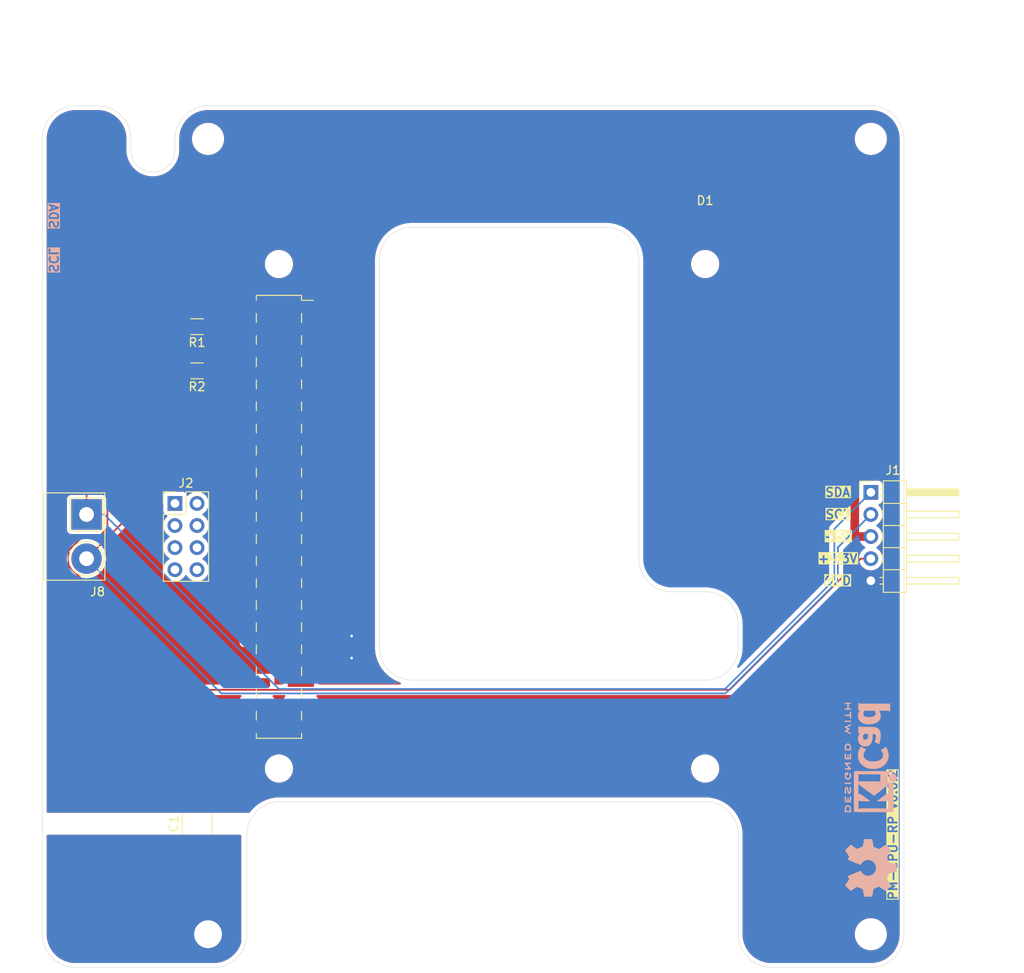
<source format=kicad_pcb>
(kicad_pcb (version 20240108) (generator "pcbnew") (generator_version "8.0")
  (title_block (title "${article} v${version}"))
  (layers (0 "F.Cu" signal) (31 "B.Cu" signal) (34 "B.Paste" user) (35 "F.Paste" user) (36 "B.SilkS" user "B.Silkscreen") (37 "F.SilkS" user "F.Silkscreen") (38 "B.Mask" user) (39 "F.Mask" user) (44 "Edge.Cuts" user))
  (property "article" "PM-CPU-RP")
  (property "version" "0.0.2")
  (net 0 "")
  (net 27 "+5V")
  (net 28 "GND")
  (net 29 "/SCL")
  (net 30 "/SDA")
  (net 31 "+3.3V")
  (net 33 "PE")
  (footprint "kicad_inventree_lib:PE" (layer "F.Cu") (at 44.45 146.05)
    (property "Reference" "PE1" (hide yes))
    (property "Value" "PE")
    (pad "1" thru_hole oval (at 0 0) (size 6.35 6.35) (drill 3.2) (layers "*.Cu" "*.Mask") (net 33 "PE"))
  )
  (footprint "kicad_inventree_lib:PM-front-02x04" (layer "F.Cu") (at 39.37 100.33)
    (property "Reference" "J2" (at 2.54 -6.14 0) (layer "F.SilkS"))
    (property "Value" "~")
    (pad "1" thru_hole rect (at 1.27 -3.81) (size 1.7 1.7) (drill 1) (layers "*.Cu" "*.Mask"))
    (pad "2" thru_hole oval (at 3.81 -3.81) (size 1.7 1.7) (drill 1) (layers "*.Cu" "*.Mask"))
    (pad "3" thru_hole oval (at 1.27 -1.27) (size 1.7 1.7) (drill 1) (layers "*.Cu" "*.Mask"))
    (pad "4" thru_hole oval (at 3.81 -1.27) (size 1.7 1.7) (drill 1) (layers "*.Cu" "*.Mask"))
    (pad "5" thru_hole oval (at 1.27 1.27) (size 1.7 1.7) (drill 1) (layers "*.Cu" "*.Mask"))
    (pad "6" thru_hole oval (at 3.81 1.27) (size 1.7 1.7) (drill 1) (layers "*.Cu" "*.Mask"))
    (pad "7" thru_hole oval (at 1.27 3.81) (size 1.7 1.7) (drill 1) (layers "*.Cu" "*.Mask"))
    (pad "8" thru_hole oval (at 3.81 3.81) (size 1.7 1.7) (drill 1) (layers "*.Cu" "*.Mask"))
  )
  (footprint "kicad_inventree_lib:RaspberryPi" (layer "F.Cu") (at 101.6 99)
    (property "Reference" "D1" (at 0 -37.3 0) (layer "F.SilkS"))
    (property "Value" "~")
    (pad "" np_thru_hole circle (at -49 -30 90) (size 2.75 2.75) (drill 2.75) (layers "*.Cu" "*.Mask"))
    (pad "" np_thru_hole circle (at -49 28 90) (size 2.75 2.75) (drill 2.75) (layers "*.Cu" "*.Mask"))
    (pad "" np_thru_hole circle (at 0 -30 90) (size 2.75 2.75) (drill 2.75) (layers "*.Cu" "*.Mask"))
    (pad "" np_thru_hole circle (at 0 28 90) (size 2.75 2.75) (drill 2.75) (layers "*.Cu" "*.Mask"))
    (pad "1" smd rect (at -46.48 -25.07) (size 3 1) (layers "F.Cu" "F.Paste" "F.Mask"))
    (pad "2" smd rect (at -51.52 -25.07) (size 3 1) (layers "F.Cu" "F.Paste" "F.Mask") (net 27 "+5V"))
    (pad "3" smd rect (at -46.48 -22.53) (size 3 1) (layers "F.Cu" "F.Paste" "F.Mask") (net 30 "/SDA"))
    (pad "4" smd rect (at -51.52 -22.53) (size 3 1) (layers "F.Cu" "F.Paste" "F.Mask") (net 27 "+5V"))
    (pad "5" smd rect (at -46.48 -19.99) (size 3 1) (layers "F.Cu" "F.Paste" "F.Mask") (net 29 "/SCL"))
    (pad "6" smd rect (at -51.52 -19.99) (size 3 1) (layers "F.Cu" "F.Paste" "F.Mask") (net 28 "GND"))
    (pad "7" smd rect (at -46.48 -17.45) (size 3 1) (layers "F.Cu" "F.Paste" "F.Mask"))
    (pad "8" smd rect (at -51.52 -17.45) (size 3 1) (layers "F.Cu" "F.Paste" "F.Mask"))
    (pad "9" smd rect (at -46.48 -14.91) (size 3 1) (layers "F.Cu" "F.Paste" "F.Mask") (net 28 "GND"))
    (pad "10" smd rect (at -51.52 -14.91) (size 3 1) (layers "F.Cu" "F.Paste" "F.Mask"))
    (pad "11" smd rect (at -46.48 -12.37) (size 3 1) (layers "F.Cu" "F.Paste" "F.Mask"))
    (pad "12" smd rect (at -51.52 -12.37) (size 3 1) (layers "F.Cu" "F.Paste" "F.Mask"))
    (pad "13" smd rect (at -46.48 -9.83) (size 3 1) (layers "F.Cu" "F.Paste" "F.Mask"))
    (pad "14" smd rect (at -51.52 -9.83) (size 3 1) (layers "F.Cu" "F.Paste" "F.Mask") (net 28 "GND"))
    (pad "15" smd rect (at -46.48 -7.29) (size 3 1) (layers "F.Cu" "F.Paste" "F.Mask"))
    (pad "16" smd rect (at -51.52 -7.29) (size 3 1) (layers "F.Cu" "F.Paste" "F.Mask"))
    (pad "17" smd rect (at -46.48 -4.75) (size 3 1) (layers "F.Cu" "F.Paste" "F.Mask"))
    (pad "18" smd rect (at -51.52 -4.75) (size 3 1) (layers "F.Cu" "F.Paste" "F.Mask"))
    (pad "19" smd rect (at -46.48 -2.21) (size 3 1) (layers "F.Cu" "F.Paste" "F.Mask"))
    (pad "20" smd rect (at -51.52 -2.21) (size 3 1) (layers "F.Cu" "F.Paste" "F.Mask") (net 28 "GND"))
    (pad "21" smd rect (at -46.48 0.33) (size 3 1) (layers "F.Cu" "F.Paste" "F.Mask"))
    (pad "22" smd rect (at -51.52 0.33) (size 3 1) (layers "F.Cu" "F.Paste" "F.Mask"))
    (pad "23" smd rect (at -46.48 2.87) (size 3 1) (layers "F.Cu" "F.Paste" "F.Mask"))
    (pad "24" smd rect (at -51.52 2.87) (size 3 1) (layers "F.Cu" "F.Paste" "F.Mask"))
    (pad "25" smd rect (at -46.48 5.41) (size 3 1) (layers "F.Cu" "F.Paste" "F.Mask") (net 28 "GND"))
    (pad "26" smd rect (at -51.52 5.41) (size 3 1) (layers "F.Cu" "F.Paste" "F.Mask"))
    (pad "27" smd rect (at -46.48 7.95) (size 3 1) (layers "F.Cu" "F.Paste" "F.Mask"))
    (pad "28" smd rect (at -51.52 7.95) (size 3 1) (layers "F.Cu" "F.Paste" "F.Mask"))
    (pad "29" smd rect (at -46.48 10.49) (size 3 1) (layers "F.Cu" "F.Paste" "F.Mask"))
    (pad "30" smd rect (at -51.52 10.49) (size 3 1) (layers "F.Cu" "F.Paste" "F.Mask") (net 28 "GND"))
    (pad "31" smd rect (at -46.48 13.03) (size 3 1) (layers "F.Cu" "F.Paste" "F.Mask"))
    (pad "32" smd rect (at -51.52 13.03) (size 3 1) (layers "F.Cu" "F.Paste" "F.Mask"))
    (pad "33" smd rect (at -46.48 15.57) (size 3 1) (layers "F.Cu" "F.Paste" "F.Mask"))
    (pad "34" smd rect (at -51.52 15.57) (size 3 1) (layers "F.Cu" "F.Paste" "F.Mask") (net 28 "GND"))
    (pad "35" smd rect (at -46.48 18.11) (size 3 1) (layers "F.Cu" "F.Paste" "F.Mask"))
    (pad "36" smd rect (at -51.52 18.11) (size 3 1) (layers "F.Cu" "F.Paste" "F.Mask"))
    (pad "37" smd rect (at -46.48 20.65) (size 3 1) (layers "F.Cu" "F.Paste" "F.Mask"))
    (pad "38" smd rect (at -51.52 20.65) (size 3 1) (layers "F.Cu" "F.Paste" "F.Mask"))
    (pad "39" smd rect (at -46.48 23.19) (size 3 1) (layers "F.Cu" "F.Paste" "F.Mask") (net 28 "GND"))
    (pad "40" smd rect (at -51.52 23.19) (size 3 1) (layers "F.Cu" "F.Paste" "F.Mask"))
  )
  (footprint "MountingHole:MountingHole_3.2mm_M3" (layer "F.Cu") (at 44.45 54.61)
    (property "Reference" "H1" (hide yes))
    (property "Value" "MountingHole" (hide yes))
    (pad "" np_thru_hole circle (at 0 0) (size 3.2 3.2) (drill 3.2) (layers "*.Cu" "*.Mask"))
  )
  (footprint "Connector_PinHeader_2.54mm:PinHeader_1x05_P2.54mm_Horizontal" (layer "F.Cu") (at 120.65 95.25)
    (property "Reference" "J1" (at 2.54 -2.54 0) (layer "F.SilkS"))
    (property "Value" "PinHeader_01x05_P2.54_THT_angle")
    (pad "1" thru_hole rect (at 0 0) (size 1.7 1.7) (drill 1) (layers "*.Cu" "*.Mask") (net 30 "/SDA"))
    (pad "2" thru_hole oval (at 0 2.54) (size 1.7 1.7) (drill 1) (layers "*.Cu" "*.Mask") (net 29 "/SCL"))
    (pad "3" thru_hole oval (at 0 5.08) (size 1.7 1.7) (drill 1) (layers "*.Cu" "*.Mask") (net 27 "+5V"))
    (pad "4" thru_hole oval (at 0 7.62) (size 1.7 1.7) (drill 1) (layers "*.Cu" "*.Mask") (net 31 "+3.3V"))
    (pad "5" thru_hole oval (at 0 10.16) (size 1.7 1.7) (drill 1) (layers "*.Cu" "*.Mask") (net 28 "GND"))
  )
  (footprint "NextPCB:Degson_2EDGR-5.08-02P" (layer "F.Cu") (at 30.48 97.79 -90)
    (property "Reference" "J8" (at 8.89 -1.27 180) (layer "F.SilkS"))
    (property "Value" "2EDGR-5.08-02P")
    (pad "1" thru_hole rect (at 0 0 270) (size 3.5 3.5) (drill 1.7) (layers "*.Cu" "*.Mask") (net 30 "/SDA"))
    (pad "2" thru_hole circle (at 5.08 0 270) (size 3.5 3.5) (drill 1.7) (layers "*.Cu" "*.Mask") (net 29 "/SCL"))
  )
  (footprint "Capacitor_SMD:C_1812_4532Metric_Pad1.57x3.40mm_HandSolder" (layer "F.Cu") (at 43.18 133.35 90)
    (property "Reference" "C1" (at 0 -2.65 90) (layer "F.SilkS"))
    (property "Value" "4.7nF 2kV")
    (pad "1" smd roundrect (at -2.1375 0 90) (size 1.575 3.4) (layers "F.Cu" "F.Paste" "F.Mask") (roundrect_rratio 0.15873) (net 33 "PE"))
    (pad "2" smd roundrect (at 2.1375 0 90) (size 1.575 3.4) (layers "F.Cu" "F.Paste" "F.Mask") (roundrect_rratio 0.15873) (net 28 "GND"))
  )
  (footprint "MountingHole:MountingHole_3.2mm_M3" (layer "F.Cu") (at 120.65 146.05)
    (property "Reference" "H3" (hide yes))
    (property "Value" "MountingHole" (hide yes))
    (pad "" np_thru_hole circle (at 0 0) (size 3.2 3.2) (drill 3.2) (layers "*.Cu" "*.Mask"))
  )
  (footprint "Resistor_SMD:R_1206_3216Metric_Pad1.30x1.75mm_HandSolder" (layer "F.Cu") (at 43.18 81.28 180)
    (property "Reference" "R2" (at 0 -1.82 0) (layer "F.SilkS"))
    (property "Value" "3k3")
    (pad "1" smd roundrect (at -1.55 0 180) (size 1.3 1.75) (layers "F.Cu" "F.Paste" "F.Mask") (roundrect_rratio 0.192308) (net 31 "+3.3V"))
    (pad "2" smd roundrect (at 1.55 0 180) (size 1.3 1.75) (layers "F.Cu" "F.Paste" "F.Mask") (roundrect_rratio 0.192308) (net 29 "/SCL"))
  )
  (footprint "Resistor_SMD:R_1206_3216Metric_Pad1.30x1.75mm_HandSolder" (layer "F.Cu") (at 43.18 76.2 180)
    (property "Reference" "R1" (at 0 -1.82 0) (layer "F.SilkS"))
    (property "Value" "3k3")
    (pad "1" smd roundrect (at -1.55 0 180) (size 1.3 1.75) (layers "F.Cu" "F.Paste" "F.Mask") (roundrect_rratio 0.192308) (net 31 "+3.3V"))
    (pad "2" smd roundrect (at 1.55 0 180) (size 1.3 1.75) (layers "F.Cu" "F.Paste" "F.Mask") (roundrect_rratio 0.192308) (net 30 "/SDA"))
  )
  (footprint "MountingHole:MountingHole_3.2mm_M3" (layer "F.Cu") (at 120.65 54.61)
    (property "Reference" "H2" (hide yes))
    (property "Value" "MountingHole" (hide yes))
    (pad "" np_thru_hole circle (at 0 0) (size 3.2 3.2) (drill 3.2) (layers "*.Cu" "*.Mask"))
  )
  (footprint "Symbol:KiCad-Logo2_5mm_SilkScreen" (layer "B.Cu") (at 120.65 125.73 90)
    (property "Reference" "kicad_logo" (hide yes))
    (property "Value" "KiCad-Logo2_5mm_SilkScreen" (hide yes))
  )
  (footprint "Symbol:OSHW-Symbol_6.7x6mm_SilkScreen" (layer "B.Cu") (at 120.65 138.43 90)
    (property "Reference" "oshw_logo" (hide yes))
    (property "Value" "OSHW-Symbol_6.7x6mm_SilkScreen" (hide yes))
  )
  (gr_line (start 35.56 55.88) (end 35.56 54.61) (stroke (width 0.05)) (layer "Edge.Cuts"))
  (gr_arc (start 101.6 130.81) (mid 104.294077 131.925923) (end 105.41 134.62) (stroke (width 0.05)) (layer "Edge.Cuts"))
  (gr_arc (start 48.895 146.05) (mid 47.779077 148.744077) (end 45.085 149.86) (stroke (width 0.05)) (layer "Edge.Cuts"))
  (gr_arc (start 90.17 64.77) (mid 92.864077 65.885923) (end 93.98 68.58) (stroke (width 0.05)) (layer "Edge.Cuts"))
  (gr_arc (start 101.6 106.68) (mid 104.294077 107.795923) (end 105.41 110.49) (stroke (width 0.05)) (layer "Edge.Cuts"))
  (gr_line (start 93.98 68.58) (end 93.98 102.87) (stroke (width 0.05)) (layer "Edge.Cuts"))
  (gr_line (start 40.64 54.61) (end 40.64 55.88) (stroke (width 0.05)) (layer "Edge.Cuts"))
  (gr_line (start 52.705 130.81) (end 101.6 130.81) (stroke (width 0.05)) (layer "Edge.Cuts"))
  (gr_arc (start 97.79 106.68) (mid 95.095923 105.564077) (end 93.98 102.87) (stroke (width 0.05)) (layer "Edge.Cuts"))
  (gr_line (start 44.45 50.8) (end 120.65 50.8) (stroke (width 0.05)) (layer "Edge.Cuts"))
  (gr_line (start 64.135 113.03) (end 64.135 68.58) (stroke (width 0.05)) (layer "Edge.Cuts"))
  (gr_arc (start 38.1 58.42) (mid 36.303949 57.676051) (end 35.56 55.88) (stroke (width 0.05)) (layer "Edge.Cuts"))
  (gr_arc (start 67.945 116.84) (mid 65.250923 115.724077) (end 64.135 113.03) (stroke (width 0.05)) (layer "Edge.Cuts"))
  (gr_line (start 97.79 106.68) (end 101.6 106.68) (stroke (width 0.05)) (layer "Edge.Cuts"))
  (gr_arc (start 40.64 55.88) (mid 39.896051 57.676051) (end 38.1 58.42) (stroke (width 0.05)) (layer "Edge.Cuts"))
  (gr_line (start 67.945 116.84) (end 101.6 116.84) (stroke (width 0.05)) (layer "Edge.Cuts"))
  (gr_line (start 25.4 146.05) (end 25.4 54.61) (stroke (width 0.05)) (layer "Edge.Cuts"))
  (gr_arc (start 25.4 54.61) (mid 26.515923 51.915923) (end 29.21 50.8) (stroke (width 0.05)) (layer "Edge.Cuts"))
  (gr_line (start 48.895 134.62) (end 48.895 146.05) (stroke (width 0.05)) (layer "Edge.Cuts"))
  (gr_line (start 120.65 149.86) (end 109.22 149.86) (stroke (width 0.05)) (layer "Edge.Cuts"))
  (gr_arc (start 40.64 54.61) (mid 41.755923 51.915923) (end 44.45 50.8) (stroke (width 0.05)) (layer "Edge.Cuts"))
  (gr_arc (start 109.22 149.86) (mid 106.525923 148.744077) (end 105.41 146.05) (stroke (width 0.05)) (layer "Edge.Cuts"))
  (gr_line (start 105.41 110.49) (end 105.41 113.03) (stroke (width 0.05)) (layer "Edge.Cuts"))
  (gr_line (start 67.945 64.77) (end 90.17 64.77) (stroke (width 0.05)) (layer "Edge.Cuts"))
  (gr_line (start 105.41 134.62) (end 105.41 146.05) (stroke (width 0.05)) (layer "Edge.Cuts"))
  (gr_arc (start 105.41 113.03) (mid 104.294077 115.724077) (end 101.6 116.84) (stroke (width 0.05)) (layer "Edge.Cuts"))
  (gr_line (start 124.46 54.61) (end 124.46 146.05) (stroke (width 0.05)) (layer "Edge.Cuts"))
  (gr_arc (start 48.895 134.62) (mid 50.010923 131.925923) (end 52.705 130.81) (stroke (width 0.05)) (layer "Edge.Cuts"))
  (gr_arc (start 124.46 146.05) (mid 123.344077 148.744077) (end 120.65 149.86) (stroke (width 0.05)) (layer "Edge.Cuts"))
  (gr_arc (start 120.65 50.8) (mid 123.344077 51.915923) (end 124.46 54.61) (stroke (width 0.05)) (layer "Edge.Cuts"))
  (gr_line (start 29.21 50.8) (end 31.75 50.8) (stroke (width 0.05)) (layer "Edge.Cuts"))
  (gr_arc (start 64.135 68.58) (mid 65.250923 65.885923) (end 67.945 64.77) (stroke (width 0.05)) (layer "Edge.Cuts"))
  (gr_arc (start 29.21 149.86) (mid 26.515923 148.744077) (end 25.4 146.05) (stroke (width 0.05)) (layer "Edge.Cuts"))
  (gr_arc (start 31.75 50.8) (mid 34.444077 51.915923) (end 35.56 54.61) (stroke (width 0.05)) (layer "Edge.Cuts"))
  (gr_line (start 45.085 149.86) (end 29.21 149.86) (stroke (width 0.05)) (layer "Edge.Cuts"))
  (gr_text "SDA" (at 26.67 63.5 270) (layer "B.SilkS" knockout) (effects (font (size 1 1) (thickness 0.2) (bold yes)) (justify mirror)))
  (gr_text "SCL" (at 26.67 68.58 270) (layer "B.SilkS" knockout) (effects (font (size 1 1) (thickness 0.2) (bold yes)) (justify mirror)))
  (gr_text "${article} v${version}" (at 123.19 142.24 90) (layer "F.SilkS" knockout) (effects (font (size 1 1) (thickness 0.2) (bold yes)) (justify left)))
  (gr_text "SCL" (at 116.84 97.79 0) (layer "F.SilkS" knockout) (effects (font (size 1 1) (thickness 0.2) (bold yes))))
  (gr_text "GND" (at 116.84 105.41 0) (layer "F.SilkS" knockout) (effects (font (size 1 1) (thickness 0.2) (bold yes))))
  (gr_text "+5V" (at 116.84 100.33 0) (layer "F.SilkS" knockout) (effects (font (size 1 1) (thickness 0.2) (bold yes))))
  (gr_text "+3.3V" (at 116.84 102.87 0) (layer "F.SilkS" knockout) (effects (font (size 1 1) (thickness 0.2) (bold yes))))
  (gr_text "SDA" (at 116.84 95.25 0) (layer "F.SilkS" knockout) (effects (font (size 1 1) (thickness 0.2) (bold yes))))
  (segment (start 118.7983 100.33) (end 118.7983 90.3974) (width 1) (layer "F.Cu") (net 27))
  (segment (start 120.65 100.33) (end 118.7983 100.33) (width 1) (layer "F.Cu") (net 27))
  (segment (start 50.08 76.47) (end 50.9946 76.47) (width 1) (layer "F.Cu") (net 27))
  (segment (start 50.08 73.93) (end 52.5817 73.93) (width 1) (layer "F.Cu") (net 27))
  (segment (start 92.1263 63.7254) (end 61.8477 63.7254) (width 1) (layer "F.Cu") (net 27))
  (segment (start 50.9946 76.47) (end 52.5817 74.8829) (width 1) (layer "F.Cu") (net 27))
  (segment (start 52.5817 72.9914) (end 52.5817 73.93) (width 1) (layer "F.Cu") (net 27))
  (segment (start 118.7983 90.3974) (end 92.1263 63.7254) (width 1) (layer "F.Cu") (net 27))
  (segment (start 52.5817 74.8829) (end 52.5817 73.93) (width 1) (layer "F.Cu") (net 27))
  (segment (start 61.8477 63.7254) (end 52.5817 72.9914) (width 1) (layer "F.Cu") (net 27))
  (segment (start 50.08 73.93) (end 52.5817 73.93) (width 1) (layer "F.Cu") (net 27))
  (via (at 60.96 111.76) (size 0.6) (drill 0.3) (layers "F.Cu" "B.Cu") (net 28))
  (via (at 60.96 114.3) (size 0.6) (drill 0.3) (layers "F.Cu" "B.Cu") (net 28))
  (segment (start 51.6238 82.5062) (end 55.12 79.01) (width 0.2) (layer "F.Cu") (net 29))
  (segment (start 42.8562 90.4938) (end 42.8562 82.5062) (width 0.2) (layer "F.Cu") (net 29))
  (segment (start 41.63 81.28) (end 42.8562 82.5062) (width 0.2) (layer "F.Cu") (net 29))
  (segment (start 42.8562 82.5062) (end 51.6238 82.5062) (width 0.2) (layer "F.Cu") (net 29))
  (segment (start 30.48 102.87) (end 42.8562 90.4938) (width 0.2) (layer "F.Cu") (net 29))
  (segment (start 103.943686 118.364) (end 116.8574 105.450286) (width 0.2) (layer "B.Cu") (net 29))
  (segment (start 116.8574 105.450286) (end 116.8574 101.5826) (width 0.2) (layer "B.Cu") (net 29))
  (segment (start 116.8574 101.5826) (end 120.65 97.79) (width 0.2) (layer "B.Cu") (net 29))
  (segment (start 45.974 118.364) (end 103.943686 118.364) (width 0.2) (layer "B.Cu") (net 29))
  (segment (start 30.48 102.87) (end 45.974 118.364) (width 0.2) (layer "B.Cu") (net 29))
  (segment (start 30.48 87.35) (end 41.63 76.2) (width 0.2) (layer "F.Cu") (net 30))
  (segment (start 30.48 97.79) (end 30.48 87.35) (width 0.2) (layer "F.Cu") (net 30))
  (segment (start 45.7618 75.0027) (end 42.8273 75.0027) (width 0.2) (layer "F.Cu") (net 30))
  (segment (start 55.12 76.47) (end 53.3183 76.47) (width 0.2) (layer "F.Cu") (net 30))
  (segment (start 52.2166 77.5717) (end 48.3308 77.5717) (width 0.2) (layer "F.Cu") (net 30))
  (segment (start 53.3183 76.47) (end 52.2166 77.5717) (width 0.2) (layer "F.Cu") (net 30))
  (segment (start 42.8273 75.0027) (end 41.63 76.2) (width 0.2) (layer "F.Cu") (net 30))
  (segment (start 48.3308 77.5717) (end 45.7618 75.0027) (width 0.2) (layer "F.Cu") (net 30))
  (segment (start 116.4574 99.4426) (end 116.4574 105.2846) (width 0.2) (layer "B.Cu") (net 30))
  (segment (start 120.65 95.25) (end 116.4574 99.4426) (width 0.2) (layer "B.Cu") (net 30))
  (segment (start 32.5317 97.79) (end 30.48 97.79) (width 0.2) (layer "B.Cu") (net 30))
  (segment (start 103.886 117.856) (end 52.5977 117.856) (width 0.2) (layer "B.Cu") (net 30))
  (segment (start 116.4574 105.2846) (end 103.886 117.856) (width 0.2) (layer "B.Cu") (net 30))
  (segment (start 52.5977 117.856) (end 32.5317 97.79) (width 0.2) (layer "B.Cu") (net 30))
  (segment (start 28.4198 103.7191) (end 42.6483 117.9476) (width 0.2) (layer "F.Cu") (net 31))
  (segment (start 42.6483 117.9476) (end 104.4207 117.9476) (width 0.2) (layer "F.Cu") (net 31))
  (segment (start 32.8786 88.2249) (end 32.8786 99.3832) (width 0.2) (layer "F.Cu") (net 31))
  (segment (start 44.73 80.0912) (end 41.0123 80.0912) (width 0.2) (layer "F.Cu") (net 31))
  (segment (start 41.0123 80.0912) (end 32.8786 88.2249) (width 0.2) (layer "F.Cu") (net 31))
  (segment (start 32.8786 99.3832) (end 32.008 100.2538) (width 0.2) (layer "F.Cu") (net 31))
  (segment (start 120.65 102.87) (end 119.4983 102.87) (width 0.2) (layer "F.Cu") (net 31))
  (segment (start 104.4207 117.9476) (end 119.4983 102.87) (width 0.2) (layer "F.Cu") (net 31))
  (segment (start 30.1072 100.2538) (end 28.4198 101.9412) (width 0.2) (layer "F.Cu") (net 31))
  (segment (start 32.008 100.2538) (end 30.1072 100.2538) (width 0.2) (layer "F.Cu") (net 31))
  (segment (start 28.4198 101.9412) (end 28.4198 103.7191) (width 0.2) (layer "F.Cu") (net 31))
  (segment (start 44.73 81.28) (end 44.73 80.0912) (width 0.2) (layer "F.Cu") (net 31))
  (segment (start 44.73 80.0912) (end 44.73 76.2) (width 0.2) (layer "F.Cu") (net 31))
  (zone (net 33) (net_name "PE") (layers "F&B.Cu") (priority 1) (connect_pads yes (clearance 0.5)) (min_thickness 0.25) (fill yes (thermal_gap 0.5) (thermal_bridge_width 0.5))
    (polygon (pts (xy 25.4 134.62) (xy 48.26 134.62) (xy 48.26 149.86) (xy 25.4 149.86)))
  )
  (zone (net 28) (net_name "GND") (layers "F&B.Cu") (connect_pads yes (clearance 0.5)) (min_thickness 0.25) (fill yes (thermal_gap 0.5) (thermal_bridge_width 0.5))
    (polygon (pts (xy 25.4 50.8) (xy 124.46 50.8) (xy 124.46 149.86) (xy 50.8 149.86) (xy 50.8 132.08) (xy 25.4 132.08)))
  )
)
</source>
